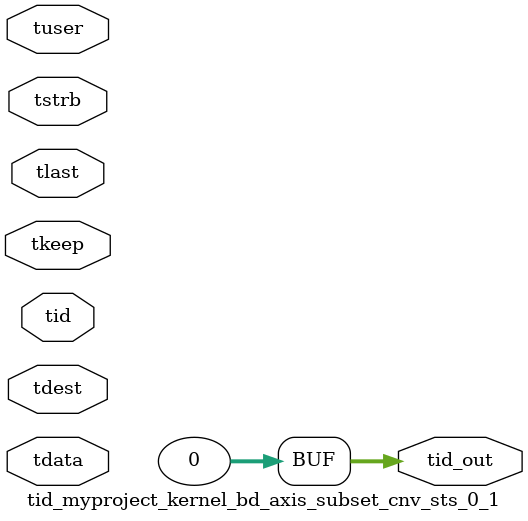
<source format=v>


`timescale 1ps/1ps

module tid_myproject_kernel_bd_axis_subset_cnv_sts_0_1 #
(
parameter C_S_AXIS_TID_WIDTH   = 1,
parameter C_S_AXIS_TUSER_WIDTH = 0,
parameter C_S_AXIS_TDATA_WIDTH = 0,
parameter C_S_AXIS_TDEST_WIDTH = 0,
parameter C_M_AXIS_TID_WIDTH   = 32
)
(
input  [(C_S_AXIS_TID_WIDTH   == 0 ? 1 : C_S_AXIS_TID_WIDTH)-1:0       ] tid,
input  [(C_S_AXIS_TDATA_WIDTH == 0 ? 1 : C_S_AXIS_TDATA_WIDTH)-1:0     ] tdata,
input  [(C_S_AXIS_TUSER_WIDTH == 0 ? 1 : C_S_AXIS_TUSER_WIDTH)-1:0     ] tuser,
input  [(C_S_AXIS_TDEST_WIDTH == 0 ? 1 : C_S_AXIS_TDEST_WIDTH)-1:0     ] tdest,
input  [(C_S_AXIS_TDATA_WIDTH/8)-1:0 ] tkeep,
input  [(C_S_AXIS_TDATA_WIDTH/8)-1:0 ] tstrb,
input                                                                    tlast,
output [(C_M_AXIS_TID_WIDTH   == 0 ? 1 : C_M_AXIS_TID_WIDTH)-1:0       ] tid_out
);

assign tid_out = {1'b0};

endmodule


</source>
